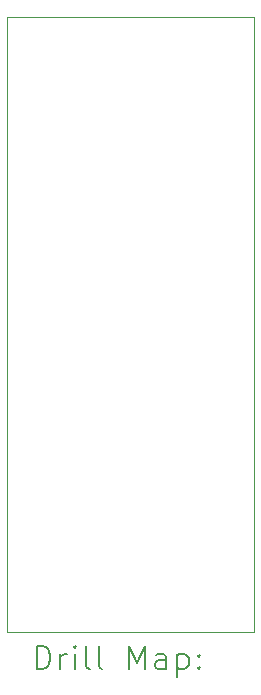
<source format=gbr>
%FSLAX45Y45*%
G04 Gerber Fmt 4.5, Leading zero omitted, Abs format (unit mm)*
G04 Created by KiCad (PCBNEW (6.0.0)) date 2022-03-13 18:44:17*
%MOMM*%
%LPD*%
G01*
G04 APERTURE LIST*
%TA.AperFunction,Profile*%
%ADD10C,0.100000*%
%TD*%
%ADD11C,0.200000*%
G04 APERTURE END LIST*
D10*
X11557000Y-10096500D02*
X11557000Y-11811000D01*
X11557000Y-11811000D02*
X13652500Y-11811000D01*
X11557000Y-6604000D02*
X11557000Y-10096500D01*
X13652500Y-6604000D02*
X11557000Y-6604000D01*
X13652500Y-11811000D02*
X13652500Y-6604000D01*
D11*
X11809619Y-12126476D02*
X11809619Y-11926476D01*
X11857238Y-11926476D01*
X11885809Y-11936000D01*
X11904857Y-11955048D01*
X11914381Y-11974095D01*
X11923905Y-12012190D01*
X11923905Y-12040762D01*
X11914381Y-12078857D01*
X11904857Y-12097905D01*
X11885809Y-12116952D01*
X11857238Y-12126476D01*
X11809619Y-12126476D01*
X12009619Y-12126476D02*
X12009619Y-11993143D01*
X12009619Y-12031238D02*
X12019143Y-12012190D01*
X12028667Y-12002667D01*
X12047714Y-11993143D01*
X12066762Y-11993143D01*
X12133428Y-12126476D02*
X12133428Y-11993143D01*
X12133428Y-11926476D02*
X12123905Y-11936000D01*
X12133428Y-11945524D01*
X12142952Y-11936000D01*
X12133428Y-11926476D01*
X12133428Y-11945524D01*
X12257238Y-12126476D02*
X12238190Y-12116952D01*
X12228667Y-12097905D01*
X12228667Y-11926476D01*
X12362000Y-12126476D02*
X12342952Y-12116952D01*
X12333428Y-12097905D01*
X12333428Y-11926476D01*
X12590571Y-12126476D02*
X12590571Y-11926476D01*
X12657238Y-12069333D01*
X12723905Y-11926476D01*
X12723905Y-12126476D01*
X12904857Y-12126476D02*
X12904857Y-12021714D01*
X12895333Y-12002667D01*
X12876286Y-11993143D01*
X12838190Y-11993143D01*
X12819143Y-12002667D01*
X12904857Y-12116952D02*
X12885809Y-12126476D01*
X12838190Y-12126476D01*
X12819143Y-12116952D01*
X12809619Y-12097905D01*
X12809619Y-12078857D01*
X12819143Y-12059809D01*
X12838190Y-12050286D01*
X12885809Y-12050286D01*
X12904857Y-12040762D01*
X13000095Y-11993143D02*
X13000095Y-12193143D01*
X13000095Y-12002667D02*
X13019143Y-11993143D01*
X13057238Y-11993143D01*
X13076286Y-12002667D01*
X13085809Y-12012190D01*
X13095333Y-12031238D01*
X13095333Y-12088381D01*
X13085809Y-12107428D01*
X13076286Y-12116952D01*
X13057238Y-12126476D01*
X13019143Y-12126476D01*
X13000095Y-12116952D01*
X13181048Y-12107428D02*
X13190571Y-12116952D01*
X13181048Y-12126476D01*
X13171524Y-12116952D01*
X13181048Y-12107428D01*
X13181048Y-12126476D01*
X13181048Y-12002667D02*
X13190571Y-12012190D01*
X13181048Y-12021714D01*
X13171524Y-12012190D01*
X13181048Y-12002667D01*
X13181048Y-12021714D01*
M02*

</source>
